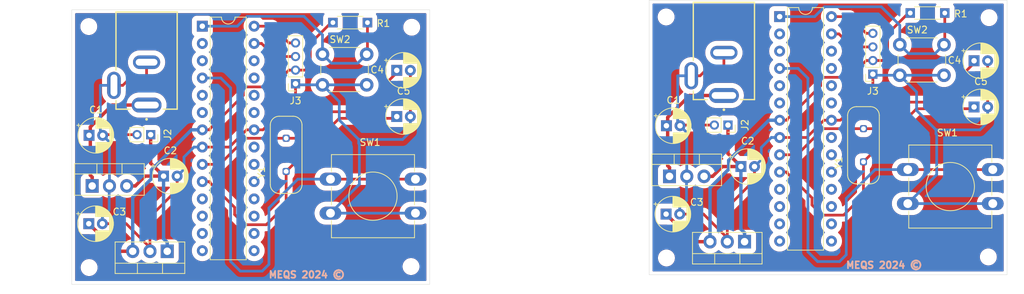
<source format=kicad_pcb>
(kicad_pcb (version 20240108) (generator "pcbnew") (generator_version "8.0")
  (layers (0 "F.Cu" signal) (31 "B.Cu" signal) (34 "B.Paste" user) (35 "F.Paste" user) (36 "B.SilkS" user "B.Silkscreen") (37 "F.SilkS" user "F.Silkscreen") (38 "B.Mask" user) (39 "F.Mask" user) (44 "Edge.Cuts" user))
  (net 0 "")
  (net 1 "Net-(U2-VI)")
  (net 2 "Net-(J2-Pin_1)")
  (net 3 "Net-(J3-Pin_3)")
  (net 4 "Net-(J3-Pin_2)")
  (net 5 "Net-(J3-Pin_4)")
  (net 6 "Net-(U1-PD2)")
  (net 19 "Net-(U1-XTAL1{slash}PB6)")
  (net 24 "Net-(U1-XTAL2{slash}PB7)")
  (net 28 "Earth")
  (net 29 "Net-(U1-~{RESET}{slash}PC6)")
  (footprint "Capacitor_THT:CP_Radial_D5.0mm_P2.00mm" (layer "F.Cu") (at 203.369776 91.89)
    (property "Reference" "C5" (at 1 -3.75 0) (layer "F.SilkS"))
    (property "Value" "C_Polarized_US")
    (pad "1" thru_hole rect (at 0 0) (size 1.6 1.6) (drill 0.8) (layers "*.Cu" "*.Mask") (net 24 "Net-(U1-XTAL2{slash}PB7)"))
    (pad "2" thru_hole circle (at 2 0) (size 1.6 1.6) (drill 0.8) (layers "*.Cu" "*.Mask") (net 28 "Earth"))
  )
  (footprint "MountingHole:MountingHole_2mm" (layer "F.Cu") (at 158.12 114.1)
    (property "Reference" "H3" (hide yes))
    (property "Value" "MountingHole")
    (pad "" np_thru_hole circle (at 0 0) (size 2 2) (drill 2) (layers "F&B.Cu" "*.Mask"))
  )
  (footprint "MountingHole:MountingHole_2mm" (layer "F.Cu") (at 73.15 80.06)
    (property "Reference" "H2" (hide yes))
    (property "Value" "MountingHole")
    (pad "" np_thru_hole circle (at 0 0) (size 2 2) (drill 2) (layers "*.Cu" "*.Mask"))
  )
  (footprint "Button_Switch_THT:SW_PUSH-12mm" (layer "F.Cu") (at 108.7 102.51)
    (property "Reference" "SW1" (at 5.83 -5.41 0) (layer "F.SilkS"))
    (property "Value" "SW_Push")
    (pad "1" thru_hole oval (at 0 0) (size 3.2 1.9) (drill 1.3) (layers "*.Cu" "*.Mask") (net 6 "Net-(U1-PD2)"))
    (pad "1" thru_hole oval (at 12.5 0) (size 3.2 1.9) (drill 1.3) (layers "*.Cu" "*.Mask") (net 6 "Net-(U1-PD2)"))
    (pad "2" thru_hole oval (at 0 5) (size 3.2 1.9) (drill 1.3) (layers "*.Cu" "*.Mask") (net 28 "Earth"))
    (pad "2" thru_hole oval (at 12.5 5) (size 3.2 1.9) (drill 1.3) (layers "*.Cu" "*.Mask") (net 28 "Earth"))
  )
  (footprint "Capacitor_THT:CP_Radial_D5.0mm_P2.00mm" (layer "F.Cu") (at 118.449776 86.5)
    (property "Reference" "C4" (at -2.8749 -0.07 0) (layer "F.SilkS"))
    (property "Value" "C_Polarized_US")
    (pad "1" thru_hole rect (at 0 0) (size 1.6 1.6) (drill 0.8) (layers "*.Cu" "*.Mask") (net 19 "Net-(U1-XTAL1{slash}PB6)"))
    (pad "2" thru_hole circle (at 2 0) (size 1.6 1.6) (drill 0.8) (layers "*.Cu" "*.Mask") (net 28 "Earth"))
  )
  (footprint "Connector_PinSocket_2.00mm:PinSocket_1x02_P2.00mm_Vertical" (layer "F.Cu") (at 167.17 94.55 -90)
    (property "Reference" "J2" (at 0 -2.5 90) (layer "F.SilkS"))
    (property "Value" "Conn_01x02")
    (pad "1" thru_hole rect (at 0 0 270) (size 1.35 1.35) (drill 0.8) (layers "*.Cu" "*.Mask") (net 2 "Net-(J2-Pin_1)"))
    (pad "2" thru_hole oval (at 0 2 270) (size 1.35 1.35) (drill 0.8) (layers "*.Cu" "*.Mask") (net 28 "Earth"))
  )
  (footprint "MountingHole:MountingHole_2mm" (layer "F.Cu") (at 73.2 115.51)
    (property "Reference" "H3" (hide yes))
    (property "Value" "MountingHole")
    (pad "" np_thru_hole circle (at 0 0) (size 2 2) (drill 2) (layers "*.Cu" "*.Mask"))
  )
  (footprint "Button_Switch_THT:SW_PUSH_6mm" (layer "F.Cu") (at 107.523 84.1334)
    (property "Reference" "SW2" (at 2.577 -2.1734 0) (layer "F.SilkS"))
    (property "Value" "SW_Push")
    (pad "1" thru_hole circle (at 0 0 90) (size 2 2) (drill 1.1) (layers "*.Cu" "*.Mask") (net 29 "Net-(U1-~{RESET}{slash}PC6)"))
    (pad "1" thru_hole circle (at 6.5 0 90) (size 2 2) (drill 1.1) (layers "*.Cu" "*.Mask") (net 29 "Net-(U1-~{RESET}{slash}PC6)"))
    (pad "2" thru_hole circle (at 0 4.5 90) (size 2 2) (drill 1.1) (layers "*.Cu" "*.Mask") (net 28 "Earth"))
    (pad "2" thru_hole circle (at 6.5 4.5 90) (size 2 2) (drill 1.1) (layers "*.Cu" "*.Mask") (net 28 "Earth"))
  )
  (footprint "MountingHole:MountingHole_2mm" (layer "F.Cu") (at 205.47 113.95)
    (property "Reference" "H4" (hide yes))
    (property "Value" "MountingHole")
    (pad "" np_thru_hole circle (at 0 0) (size 2 2) (drill 2) (layers "F&B.Cu" "*.Mask"))
  )
  (footprint "Capacitor_THT:CP_Radial_D5.0mm_P2.00mm" (layer "F.Cu") (at 84.15 102.06)
    (property "Reference" "C2" (at 1 -3.75 0) (layer "F.SilkS"))
    (property "Value" "C_Polarized_US")
    (pad "1" thru_hole rect (at 0 0) (size 1.6 1.6) (drill 0.8) (layers "*.Cu" "*.Mask") (net 2 "Net-(J2-Pin_1)"))
    (pad "2" thru_hole circle (at 2 0) (size 1.6 1.6) (drill 0.8) (layers "*.Cu" "*.Mask") (net 28 "Earth"))
  )
  (footprint "Resistor_THT:R_Axial_DIN0204_L3.6mm_D1.6mm_P5.08mm_Horizontal" (layer "F.Cu") (at 109.06 79.48)
    (property "Reference" "R1" (at 7.43 0.12 0) (layer "F.SilkS"))
    (property "Value" "R")
    (pad "1" thru_hole rect (at 0 0) (size 1.4 1.4) (drill 0.7) (layers "*.Cu" "*.Mask") (net 4 "Net-(J3-Pin_2)"))
    (pad "2" thru_hole rect (at 5.08 0) (size 1.4 1.4) (drill 0.7) (layers "*.Cu" "*.Mask") (net 29 "Net-(U1-~{RESET}{slash}PC6)"))
  )
  (footprint "Package_DIP:DIP-28_W7.62mm" (layer "F.Cu") (at 174.77 78.6)
    (property "Reference" "U1" (hide yes))
    (property "Value" "ATmega328-P")
    (pad "1" thru_hole rect (at 0 0) (size 1.6 1.6) (drill 0.8) (layers "*.Cu" "*.Mask") (net 29 "Net-(U1-~{RESET}{slash}PC6)"))
    (pad "2" thru_hole oval (at 0 2.54) (size 1.6 1.6) (drill 0.8) (layers "*.Cu" "*.Mask"))
    (pad "3" thru_hole oval (at 0 5.08) (size 1.6 1.6) (drill 0.8) (layers "*.Cu" "*.Mask"))
    (pad "4" thru_hole oval (at 0 7.62) (size 1.6 1.6) (drill 0.8) (layers "*.Cu" "*.Mask") (net 6 "Net-(U1-PD2)"))
    (pad "5" thru_hole oval (at 0 10.16) (size 1.6 1.6) (drill 0.8) (layers "*.Cu" "*.Mask"))
    (pad "6" thru_hole oval (at 0 12.7) (size 1.6 1.6) (drill 0.8) (layers "*.Cu" "*.Mask"))
    (pad "7" thru_hole oval (at 0 15.24) (size 1.6 1.6) (drill 0.8) (layers "*.Cu" "*.Mask") (net 4 "Net-(J3-Pin_2)"))
    (pad "8" thru_hole oval (at 0 17.78) (size 1.6 1.6) (drill 0.8) (layers "*.Cu" "*.Mask") (net 28 "Earth"))
    (pad "9" thru_hole oval (at 0 20.32) (size 1.6 1.6) (drill 0.8) (layers "*.Cu" "*.Mask") (net 19 "Net-(U1-XTAL1{slash}PB6)"))
    (pad "10" thru_hole oval (at 0 22.86) (size 1.6 1.6) (drill 0.8) (layers "*.Cu" "*.Mask") (net 24 "Net-(U1-XTAL2{slash}PB7)"))
    (pad "11" thru_hole oval (at 0 25.4) (size 1.6 1.6) (drill 0.8) (layers "*.Cu" "*.Mask"))
    (pad "12" thru_hole oval (at 0 27.94) (size 1.6 1.6) (drill 0.8) (layers "*.Cu" "*.Mask"))
    (pad "13" thru_hole oval (at 0 30.48) (size 1.6 1.6) (drill 0.8) (layers "*.Cu" "*.Mask"))
    (pad "14" thru_hole oval (at 0 33.02) (size 1.6 1.6) (drill 0.8) (layers "*.Cu" "*.Mask"))
    (pad "15" thru_hole oval (at 7.62 33.02) (size 1.6 1.6) (drill 0.8) (layers "*.Cu" "*.Mask"))
    (pad "16" thru_hole oval (at 7.62 30.48) (size 1.6 1.6) (drill 0.8) (layers "*.Cu" "*.Mask"))
    (pad "17" thru_hole oval (at 7.62 27.94) (size 1.6 1.6) (drill 0.8) (layers "*.Cu" "*.Mask"))
    (pad "18" thru_hole oval (at 7.62 25.4) (size 1.6 1.6) (drill 0.8) (layers "*.Cu" "*.Mask"))
    (pad "19" thru_hole oval (at 7.62 22.86) (size 1.6 1.6) (drill 0.8) (layers "*.Cu" "*.Mask"))
    (pad "20" thru_hole oval (at 7.62 20.32) (size 1.6 1.6) (drill 0.8) (layers "*.Cu" "*.Mask"))
    (pad "21" thru_hole oval (at 7.62 17.78) (size 1.6 1.6) (drill 0.8) (layers "*.Cu" "*.Mask"))
    (pad "22" thru_hole oval (at 7.62 15.24) (size 1.6 1.6) (drill 0.8) (layers "*.Cu" "*.Mask") (net 28 "Earth"))
    (pad "23" thru_hole oval (at 7.62 12.7) (size 1.6 1.6) (drill 0.8) (layers "*.Cu" "*.Mask"))
    (pad "24" thru_hole oval (at 7.62 10.16) (size 1.6 1.6) (drill 0.8) (layers "*.Cu" "*.Mask"))
    (pad "25" thru_hole oval (at 7.62 7.62) (size 1.6 1.6) (drill 0.8) (layers "*.Cu" "*.Mask"))
    (pad "26" thru_hole oval (at 7.62 5.08) (size 1.6 1.6) (drill 0.8) (layers "*.Cu" "*.Mask"))
    (pad "27" thru_hole oval (at 7.62 2.54) (size 1.6 1.6) (drill 0.8) (layers "*.Cu" "*.Mask") (net 3 "Net-(J3-Pin_3)"))
    (pad "28" thru_hole oval (at 7.62 0) (size 1.6 1.6) (drill 0.8) (layers "*.Cu" "*.Mask") (net 5 "Net-(J3-Pin_4)"))
  )
  (footprint "Package_TO_SOT_THT:TO-220-3_Vertical" (layer "F.Cu") (at 84.69 113.115 180)
    (property "Reference" "U3" (hide yes))
    (property "Value" "LM7805_TO220")
    (pad "1" thru_hole rect (at 0 0 180) (size 1.905 2) (drill 1.1) (layers "*.Cu" "*.Mask") (net 2 "Net-(J2-Pin_1)"))
    (pad "2" thru_hole oval (at 2.54 0 180) (size 1.905 2) (drill 1.1) (layers "*.Cu" "*.Mask") (net 28 "Earth"))
    (pad "3" thru_hole oval (at 5.08 0 180) (size 1.905 2) (drill 1.1) (layers "*.Cu" "*.Mask") (net 4 "Net-(J3-Pin_2)"))
  )
  (footprint "Capacitor_THT:CP_Radial_D5.0mm_P2.00mm" (layer "F.Cu") (at 73.15 109.06)
    (property "Reference" "C3" (at 4.5 -1.75 0) (layer "F.SilkS"))
    (property "Value" "C_Polarized_US")
    (pad "1" thru_hole rect (at 0 0) (size 1.6 1.6) (drill 0.8) (layers "*.Cu" "*.Mask") (net 4 "Net-(J3-Pin_2)"))
    (pad "2" thru_hole circle (at 2 0) (size 1.6 1.6) (drill 0.8) (layers "*.Cu" "*.Mask") (net 28 "Earth"))
  )
  (footprint "MountingHole:MountingHole_2mm" (layer "F.Cu") (at 120.65 80.16)
    (property "Reference" "H1" (hide yes))
    (property "Value" "MountingHole")
    (pad "" np_thru_hole circle (at 0 0) (size 2 2) (drill 2) (layers "*.Cu" "*.Mask"))
  )
  (footprint "Connector_BarrelJack:GCT_DCJ200-10-A-XX-K_REVA" (layer "F.Cu") (at 166.57 83.65 180)
    (property "Reference" "J1" (hide yes))
    (property "Value" "DCJ200-10-A-XX-K_REVA")
    (pad "1" thru_hole oval (at 0 -6.55 180) (size 4.4 2.2) (drill oval 3.6 1) (layers "*.Cu" "*.Mask") (net 1 "Net-(U2-VI)"))
    (pad "2" thru_hole oval (at 0 -0.25 180) (size 4 2) (drill oval 3.2 1) (layers "*.Cu" "*.Mask") (net 28 "Earth"))
    (pad "3" thru_hole oval (at 4.8 -3.65 180) (size 2 4) (drill oval 1 3.2) (layers "*.Cu" "*.Mask") (net 28 "Earth"))
  )
  (footprint "Button_Switch_THT:SW_PUSH-12mm" (layer "F.Cu") (at 193.62 101.1)
    (property "Reference" "SW1" (at 5.83 -5.41 0) (layer "F.SilkS"))
    (property "Value" "SW_Push")
    (pad "1" thru_hole oval (at 0 0) (size 3.2 1.9) (drill 1.3) (layers "*.Cu" "*.Mask") (net 6 "Net-(U1-PD2)"))
    (pad "1" thru_hole oval (at 12.5 0) (size 3.2 1.9) (drill 1.3) (layers "*.Cu" "*.Mask") (net 6 "Net-(U1-PD2)"))
    (pad "2" thru_hole oval (at 0 5) (size 3.2 1.9) (drill 1.3) (layers "*.Cu" "*.Mask") (net 28 "Earth"))
    (pad "2" thru_hole oval (at 12.5 5) (size 3.2 1.9) (drill 1.3) (layers "*.Cu" "*.Mask") (net 28 "Earth"))
  )
  (footprint "Capacitor_THT:CP_Radial_D5.0mm_P2.00mm" (layer "F.Cu") (at 118.449776 93.3)
    (property "Reference" "C5" (at 1 -3.75 0) (layer "F.SilkS"))
    (property "Value" "C_Polarized_US")
    (pad "1" thru_hole rect (at 0 0) (size 1.6 1.6) (drill 0.8) (layers "*.Cu" "*.Mask") (net 24 "Net-(U1-XTAL2{slash}PB7)"))
    (pad "2" thru_hole circle (at 2 0) (size 1.6 1.6) (drill 0.8) (layers "*.Cu" "*.Mask") (net 28 "Earth"))
  )
  (footprint "Connector_PinSocket_2.00mm:PinSocket_1x04_P2.00mm_Vertical" (layer "F.Cu") (at 103.56 88.47 180)
    (property "Reference" "J3" (at 0 -2.5 180) (layer "F.SilkS"))
    (property "Value" "I2C")
    (pad "1" thru_hole rect (at 0 0 180) (size 1.35 1.35) (drill 0.8) (layers "*.Cu" "*.Mask") (net 28 "Earth"))
    (pad "2" thru_hole oval (at 0 2 180) (size 1.35 1.35) (drill 0.8) (layers "*.Cu" "*.Mask") (net 4 "Net-(J3-Pin_2)"))
    (pad "3" thru_hole oval (at 0 4 180) (size 1.35 1.35) (drill 0.8) (layers "*.Cu" "*.Mask") (net 3 "Net-(J3-Pin_3)"))
    (pad "4" thru_hole oval (at 0 6 180) (size 1.35 1.35) (drill 0.8) (layers "*.Cu" "*.Mask") (net 5 "Net-(J3-Pin_4)"))
  )
  (footprint "MountingHole:MountingHole_2mm" (layer "F.Cu") (at 158.07 78.65)
    (property "Reference" "H2" (hide yes))
    (property "Value" "MountingHole")
    (pad "" np_thru_hole circle (at 0 0) (size 2 2) (drill 2) (layers "F&B.Cu" "*.Mask"))
  )
  (footprint "Resistor_THT:R_Axial_DIN0204_L3.6mm_D1.6mm_P5.08mm_Horizontal" (layer "F.Cu") (at 193.98 78.07)
    (property "Reference" "R1" (at 7.43 0.12 0) (layer "F.SilkS"))
    (property "Value" "R")
    (pad "1" thru_hole rect (at 0 0) (size 1.4 1.4) (drill 0.7) (layers "*.Cu" "*.Mask") (net 4 "Net-(J3-Pin_2)"))
    (pad "2" thru_hole rect (at 5.08 0) (size 1.4 1.4) (drill 0.7) (layers "*.Cu" "*.Mask") (net 29 "Net-(U1-~{RESET}{slash}PC6)"))
  )
  (footprint "Button_Switch_THT:SW_PUSH_6mm" (layer "F.Cu") (at 192.443 82.7234)
    (property "Reference" "SW2" (at 2.577 -2.1734 0) (layer "F.SilkS"))
    (property "Value" "SW_Push")
    (pad "1" thru_hole circle (at 0 0 90) (size 2 2) (drill 1.1) (layers "*.Cu" "*.Mask") (net 29 "Net-(U1-~{RESET}{slash}PC6)"))
    (pad "1" thru_hole circle (at 6.5 0 90) (size 2 2) (drill 1.1) (layers "*.Cu" "*.Mask") (net 29 "Net-(U1-~{RESET}{slash}PC6)"))
    (pad "2" thru_hole circle (at 0 4.5 90) (size 2 2) (drill 1.1) (layers "*.Cu" "*.Mask") (net 28 "Earth"))
    (pad "2" thru_hole circle (at 6.5 4.5 90) (size 2 2) (drill 1.1) (layers "*.Cu" "*.Mask") (net 28 "Earth"))
  )
  (footprint "Connector_PinSocket_2.00mm:PinSocket_1x02_P2.00mm_Vertical" (layer "F.Cu") (at 82.25 95.96 -90)
    (property "Reference" "J2" (at 0 -2.5 90) (layer "F.SilkS"))
    (property "Value" "Conn_01x02")
    (pad "1" thru_hole rect (at 0 0 270) (size 1.35 1.35) (drill 0.8) (layers "*.Cu" "*.Mask") (net 2 "Net-(J2-Pin_1)"))
    (pad "2" thru_hole oval (at 0 2 270) (size 1.35 1.35) (drill 0.8) (layers "*.Cu" "*.Mask") (net 28 "Earth"))
  )
  (footprint "Capacitor_THT:CP_Radial_D5.0mm_P2.00mm" (layer "F.Cu") (at 203.369776 85.09)
    (property "Reference" "C4" (at -2.8749 -0.07 0) (layer "F.SilkS"))
    (property "Value" "C_Polarized_US")
    (pad "1" thru_hole rect (at 0 0) (size 1.6 1.6) (drill 0.8) (layers "*.Cu" "*.Mask") (net 19 "Net-(U1-XTAL1{slash}PB6)"))
    (pad "2" thru_hole circle (at 2 0) (size 1.6 1.6) (drill 0.8) (layers "*.Cu" "*.Mask") (net 28 "Earth"))
  )
  (footprint "Capacitor_THT:CP_Radial_D5.0mm_P2.00mm" (layer "F.Cu") (at 73.1949 96.06)
    (property "Reference" "C1" (at 1 -3.75 0) (layer "F.SilkS"))
    (property "Value" "C_Polarized_US")
    (pad "1" thru_hole rect (at 0 0) (size 1.6 1.6) (drill 0.8) (layers "*.Cu" "*.Mask") (net 1 "Net-(U2-VI)"))
    (pad "2" thru_hole circle (at 2 0) (size 1.6 1.6) (drill 0.8) (layers "*.Cu" "*.Mask") (net 28 "Earth"))
  )
  (footprint "Oscillator:XTAL_ECS-160-20-4X" (layer "F.Cu") (at 187.1 97.52 90)
    (property "Reference" "Y1" (at -2.597085 -3.637935 -90) (layer "F.SilkS") (effects (font (size 1.000811 1.000811))))
    (property "Value" "Crystal")
    (pad "1" thru_hole roundrect (at -2.44 0 90) (size 1.03 1.03) (drill 0.7) (layers "*.Cu" "*.Mask") (roundrect_rratio 0.2427184466) (net 24 "Net-(U1-XTAL2{slash}PB7)"))
    (pad "2" thru_hole roundrect (at 2.44 0 90) (size 1.03 1.03) (drill 0.7) (layers "*.Cu" "*.Mask") (roundrect_rratio 0.2427184466) (net 19 "Net-(U1-XTAL1{slash}PB6)"))
  )
  (footprint "Package_TO_SOT_THT:TO-220-3_Vertical" (layer "F.Cu") (at 73.65 103.505)
    (property "Reference" "U2" (hide yes))
    (property "Value" "LM7808_TO220")
    (pad "1" thru_hole rect (at 0 0) (size 1.905 2) (drill 1.1) (layers "*.Cu" "*.Mask") (net 1 "Net-(U2-VI)"))
    (pad "2" thru_hole oval (at 2.54 0) (size 1.905 2) (drill 1.1) (layers "*.Cu" "*.Mask") (net 28 "Earth"))
    (pad "3" thru_hole oval (at 5.08 0) (size 1.905 2) (drill 1.1) (layers "*.Cu" "*.Mask") (net 2 "Net-(J2-Pin_1)"))
  )
  (footprint "Capacitor_THT:CP_Radial_D5.0mm_P2.00mm" (layer "F.Cu") (at 169.07 100.65)
    (property "Reference" "C2" (at 1 -3.75 0) (layer "F.SilkS"))
    (property "Value" "C_Polarized_US")
    (pad "1" thru_hole rect (at 0 0) (size 1.6 1.6) (drill 0.8) (layers "*.Cu" "*.Mask") (net 2 "Net-(J2-Pin_1)"))
    (pad "2" thru_hole circle (at 2 0) (size 1.6 1.6) (drill 0.8) (layers "*.Cu" "*.Mask") (net 28 "Earth"))
  )
  (footprint "Capacitor_THT:CP_Radial_D5.0mm_P2.00mm" (layer "F.Cu") (at 158.1149 94.65)
    (property "Reference" "C1" (at 1 -3.75 0) (layer "F.SilkS"))
    (property "Value" "C_Polarized_US")
    (pad "1" thru_hole rect (at 0 0) (size 1.6 1.6) (drill 0.8) (layers "*.Cu" "*.Mask") (net 1 "Net-(U2-VI)"))
    (pad "2" thru_hole circle (at 2 0) (size 1.6 1.6) (drill 0.8) (layers "*.Cu" "*.Mask") (net 28 "Earth"))
  )
  (footprint "MountingHole:MountingHole_2mm" (layer "F.Cu") (at 120.55 115.36)
    (property "Reference" "H4" (hide yes))
    (property "Value" "MountingHole")
    (pad "" np_thru_hole circle (at 0 0) (size 2 2) (drill 2) (layers "*.Cu" "*.Mask"))
  )
  (footprint "Connector_PinSocket_2.00mm:PinSocket_1x04_P2.00mm_Vertical" (layer "F.Cu") (at 188.48 87.06 180)
    (property "Reference" "J3" (at 0 -2.5 180) (layer "F.SilkS"))
    (property "Value" "I2C")
    (pad "1" thru_hole rect (at 0 0 180) (size 1.35 1.35) (drill 0.8) (layers "*.Cu" "*.Mask") (net 28 "Earth"))
    (pad "2" thru_hole oval (at 0 2 180) (size 1.35 1.35) (drill 0.8) (layers "*.Cu" "*.Mask") (net 4 "Net-(J3-Pin_2)"))
    (pad "3" thru_hole oval (at 0 4 180) (size 1.35 1.35) (drill 0.8) (layers "*.Cu" "*.Mask") (net 3 "Net-(J3-Pin_3)"))
    (pad "4" thru_hole oval (at 0 6 180) (size 1.35 1.35) (drill 0.8) (layers "*.Cu" "*.Mask") (net 5 "Net-(J3-Pin_4)"))
  )
  (footprint "Capacitor_THT:CP_Radial_D5.0mm_P2.00mm" (layer "F.Cu") (at 158.07 107.65)
    (property "Reference" "C3" (at 4.5 -1.75 0) (layer "F.SilkS"))
    (property "Value" "C_Polarized_US")
    (pad "1" thru_hole rect (at 0 0) (size 1.6 1.6) (drill 0.8) (layers "*.Cu" "*.Mask") (net 4 "Net-(J3-Pin_2)"))
    (pad "2" thru_hole circle (at 2 0) (size 1.6 1.6) (drill 0.8) (layers "*.Cu" "*.Mask") (net 28 "Earth"))
  )
  (footprint "Package_DIP:DIP-28_W7.62mm" (layer "F.Cu") (at 89.85 80.01)
    (property "Reference" "U1" (hide yes))
    (property "Value" "ATmega328-P")
    (pad "1" thru_hole rect (at 0 0) (size 1.6 1.6) (drill 0.8) (layers "*.Cu" "*.Mask") (net 29 "Net-(U1-~{RESET}{slash}PC6)"))
    (pad "2" thru_hole oval (at 0 2.54) (size 1.6 1.6) (drill 0.8) (layers "*.Cu" "*.Mask"))
    (pad "3" thru_hole oval (at 0 5.08) (size 1.6 1.6) (drill 0.8) (layers "*.Cu" "*.Mask"))
    (pad "4" thru_hole oval (at 0 7.62) (size 1.6 1.6) (drill 0.8) (layers "*.Cu" "*.Mask") (net 6 "Net-(U1-PD2)"))
    (pad "5" thru_hole oval (at 0 10.16) (size 1.6 1.6) (drill 0.8) (layers "*.Cu" "*.Mask"))
    (pad "6" thru_hole oval (at 0 12.7) (size 1.6 1.6) (drill 0.8) (layers "*.Cu" "*.Mask"))
    (pad "7" thru_hole oval (at 0 15.24) (size 1.6 1.6) (drill 0.8) (layers "*.Cu" "*.Mask") (net 4 "Net-(J3-Pin_2)"))
    (pad "8" thru_hole oval (at 0 17.78) (size 1.6 1.6) (drill 0.8) (layers "*.Cu" "*.Mask") (net 28 "Earth"))
    (pad "9" thru_hole oval (at 0 20.32) (size 1.6 1.6) (drill 0.8) (layers "*.Cu" "*.Mask") (net 19 "Net-(U1-XTAL1{slash}PB6)"))
    (pad "10" thru_hole oval (at 0 22.86) (size 1.6 1.6) (drill 0.8) (layers "*.Cu" "*.Mask") (net 24 "Net-(U1-XTAL2{slash}PB7)"))
    (pad "11" thru_hole oval (at 0 25.4) (size 1.6 1.6) (drill 0.8) (layers "*.Cu" "*.Mask"))
    (pad "12" thru_hole oval (at 0 27.94) (size 1.6 1.6) (drill 0.8) (layers "*.Cu" "*.Mask"))
    (pad "13" thru_hole oval (at 0 30.48) (size 1.6 1.6) (drill 0.8) (layers "*.Cu" "*.Mask"))
    (pad "14" thru_hole oval (at 0 33.02) (size 1.6 1.6) (drill 0.8) (layers "*.Cu" "*.Mask"))
    (pad "15" thru_hole oval (at 7.62 33.02) (size 1.6 1.6) (drill 0.8) (layers "*.Cu" "*.Mask"))
    (pad "16" thru_hole oval (at 7.62 30.48) (size 1.6 1.6) (drill 0.8) (layers "*.Cu" "*.Mask"))
    (pad "17" thru_hole oval (at 7.62 27.94) (size 1.6 1.6) (drill 0.8) (layers "*.Cu" "*.Mask"))
    (pad "18" thru_hole oval (at 7.62 25.4) (size 1.6 1.6) (drill 0.8) (layers "*.Cu" "*.Mask"))
    (pad "19" thru_hole oval (at 7.62 22.86) (size 1.6 1.6) (drill 0.8) (layers "*.Cu" "*.Mask"))
    (pad "20" thru_hole oval (at 7.62 20.32) (size 1.6 1.6) (drill 0.8) (layers "*.Cu" "*.Mask"))
    (pad "21" thru_hole oval (at 7.62 17.78) (size 1.6 1.6) (drill 0.8) (layers "*.Cu" "*.Mask"))
    (pad "22" thru_hole oval (at 7.62 15.24) (size 1.6 1.6) (drill 0.8) (layers "*.Cu" "*.Mask") (net 28 "Earth"))
    (pad "23" thru_hole oval (at 7.62 12.7) (size 1.6 1.6) (drill 0.8) (layers "*.Cu" "*.Mask"))
    (pad "24" thru_hole oval (at 7.62 10.16) (size 1.6 1.6) (drill 0.8) (layers "*.Cu" "*.Mask"))
    (pad "25" thru_hole oval (at 7.62 7.62) (size 1.6 1.6) (drill 0.8) (layers "*.Cu" "*.Mask"))
    (pad "26" thru_hole oval (at 7.62 5.08) (size 1.6 1.6) (drill 0.8) (layers "*.Cu" "*.Mask"))
    (pad "27" thru_hole oval (at 7.62 2.54) (size 1.6 1.6) (drill 0.8) (layers "*.Cu" "*.Mask") (net 3 "Net-(J3-Pin_3)"))
    (pad "28" thru_hole oval (at 7.62 0) (size 1.6 1.6) (drill 0.8) (layers "*.Cu" "*.Mask") (net 5 "Net-(J3-Pin_4)"))
  )
  (footprint "MountingHole:MountingHole_2mm" (layer "F.Cu") (at 205.57 78.75)
    (property "Reference" "H1" (hide yes))
    (property "Value" "MountingHole")
    (pad "" np_thru_hole circle (at 0 0) (size 2 2) (drill 2) (layers "F&B.Cu" "*.Mask"))
  )
  (footprint "Oscillator:XTAL_ECS-160-20-4X" (layer "F.Cu") (at 102.18 98.93 90)
    (property "Reference" "Y1" (at -2.597085 -3.637935 -90) (layer "F.SilkS") (effects (font (size 1.000811 1.000811))))
    (property "Value" "Crystal")
    (pad "1" thru_hole roundrect (at -2.44 0 90) (size 1.03 1.03) (drill 0.7) (layers "*.Cu" "*.Mask") (roundrect_rratio 0.2427184466) (net 24 "Net-(U1-XTAL2{slash}PB7)"))
    (pad "2" thru_hole roundrect (at 2.44 0 90) (size 1.03 1.03) (drill 0.7) (layers "*.Cu" "*.Mask") (roundrect_rratio 0.2427184466) (net 19 "Net-(U1-XTAL1{slash}PB6)"))
  )
  (footprint "Connector_BarrelJack:GCT_DCJ200-10-A-XX-K_REVA" (layer "F.Cu") (at 81.65 85.06 180)
    (property "Reference" "J1" (hide yes))
    (property "Value" "DCJ200-10-A-XX-K_REVA")
    (pad "1" thru_hole oval (at 0 -6.55 180) (size 4.4 2.2) (drill oval 3.6 1) (layers "*.Cu" "*.Mask") (net 1 "Net-(U2-VI)"))
    (pad "2" thru_hole oval (at 0 -0.25 180) (size 4 2) (drill oval 3.2 1) (layers "*.Cu" "*.Mask") (net 28 "Earth"))
    (pad "3" thru_hole oval (at 4.8 -3.65 180) (size 2 4) (drill oval 1 3.2) (layers "*.Cu" "*.Mask") (net 28 "Earth"))
  )
  (footprint "Package_TO_SOT_THT:TO-220-3_Vertical" (layer "F.Cu") (at 158.57 102.095)
    (property "Reference" "U2" (hide yes))
    (property "Value" "LM7808_TO220")
    (pad "1" thru_hole rect (at 0 0) (size 1.905 2) (drill 1.1) (layers "*.Cu" "*.Mask") (net 1 "Net-(U2-VI)"))
    (pad "2" thru_hole oval (at 2.54 0) (size 1.905 2) (drill 1.1) (layers "*.Cu" "*.Mask") (net 28 "Earth"))
    (pad "3" thru_hole oval (at 5.08 0) (size 1.905 2) (drill 1.1) (layers "*.Cu" "*.Mask") (net 2 "Net-(J2-Pin_1)"))
  )
  (footprint "Package_TO_SOT_THT:TO-220-3_Vertical" (layer "F.Cu") (at 169.61 111.705 180)
    (property "Reference" "U3" (hide yes))
    (property "Value" "LM7805_TO220")
    (pad "1" thru_hole rect (at 0 0 180) (size 1.905 2) (drill 1.1) (layers "*.Cu" "*.Mask") (net 2 "Net-(J2-Pin_1)"))
    (pad "2" thru_hole oval (at 2.54 0 180) (size 1.905 2) (drill 1.1) (layers "*.Cu" "*.Mask") (net 28 "Earth"))
    (pad "3" thru_hole oval (at 5.08 0 180) (size 1.905 2) (drill 1.1) (layers "*.Cu" "*.Mask") (net 4 "Net-(J3-Pin_2)"))
  )
  (gr_rect (start 70.65 77.59) (end 123.3 117.99) (stroke (width 0.05)) (fill none) (layer "Edge.Cuts"))
  (gr_rect (start 155.57 76.18) (end 208.22 116.58) (stroke (width 0.05)) (fill none) (layer "Edge.Cuts"))
  (gr_text "MEQS 2024 ©\n\n" (at 184.42 117.35 0) (layer "B.SilkS") (effects (font (size 1 1) (thickness 0.25) (bold yes)) (justify left bottom)))
  (gr_text "MEQS 2024 ©\n\n" (at 99.5 118.76 0) (layer "B.SilkS") (effects (font (size 1 1) (thickness 0.25) (bold yes)) (justify left bottom)))
  (segment (start 73.195 96.06) (end 73.1949 96.06) (width 0.2) (layer "F.Cu") (net 1))
  (segment (start 158.297 94.65) (end 158.115 94.65) (width 0.2) (layer "F.Cu") (net 1))
  (segment (start 166.57 90.2) (end 161.52 90.2) (width 0.5) (layer "F.Cu") (net 1))
  (segment (start 158.115 94.65) (end 158.1149 94.65) (width 0.2) (layer "F.Cu") (net 1))
  (segment (start 73.377 96.06) (end 73.195 96.06) (width 0.2) (layer "F.Cu") (net 1))
  (segment (start 158.297 94.65) (end 158.297 100.52) (width 0.5) (layer "F.Cu") (net 1))
  (segment (start 73.65 102.2033) (end 73.65 103.505) (width 0.5) (layer "F.Cu") (net 1))
  (segment (start 73.377 94.8333) (end 73.377 96.06) (width 0.5) (layer "F.Cu") (net 1))
  (segment (start 73.377 96.06) (end 73.377 101.93) (width 0.5) (layer "F.Cu") (net 1))
  (segment (start 158.297 93.4233) (end 158.297 94.65) (width 0.5) (layer "F.Cu") (net 1))
  (segment (start 81.65 91.61) (end 76.6 91.61) (width 0.5) (layer "F.Cu") (net 1))
  (segment (start 161.52 90.2) (end 158.297 93.4233) (width 0.5) (layer "F.Cu") (net 1))
  (segment (start 73.377 101.93) (end 73.65 102.2033) (width 0.5) (layer "F.Cu") (net 1))
  (segment (start 158.57 100.7933) (end 158.57 102.095) (width 0.5) (layer "F.Cu") (net 1))
  (segment (start 158.297 100.52) (end 158.57 100.7933) (width 0.5) (layer "F.Cu") (net 1))
  (segment (start 76.6 91.61) (end 73.377 94.8333) (width 0.5) (layer "F.Cu") (net 1))
  (segment (start 81.429 102.06) (end 84.15 102.06) (width 0.5) (layer "F.Cu") (net 2))
  (segment (start 82.25 95.96) (end 82.25 100.16) (width 0.5) (layer "F.Cu") (net 2))
  (segment (start 167.17 94.55) (end 167.17 98.75) (width 0.5) (layer "F.Cu") (net 2))
  (segment (start 163.65 102.095) (end 164.904 102.095) (width 0.5) (layer "F.Cu") (net 2))
  (segment (start 164.904 102.095) (end 166.349 100.65) (width 0.5) (layer "F.Cu") (net 2))
  (segment (start 167.17 98.75) (end 169.07 100.65) (width 0.5) (layer "F.Cu") (net 2))
  (segment (start 166.349 100.65) (end 169.07 100.65) (width 0.5) (layer "F.Cu") (net 2))
  (segment (start 82.25 100.16) (end 84.15 102.06) (width 0.5) (layer "F.Cu") (net 2))
  (segment (start 79.984 103.505) (end 81.429 102.06) (width 0.5) (layer "F.Cu") (net 2))
  (segment (start 78.73 103.505) (end 79.984 103.505) (width 0.5) (layer "F.Cu") (net 2))
  (segment (start 84.69 113.115) (end 84.69 111.8133) (width 0.5) (layer "B.Cu") (net 2))
  (segment (start 84.15 111.2733) (end 84.15 102.06) (width 0.5) (layer "B.Cu") (net 2))
  (segment (start 169.61 110.4033) (end 169.07 109.8633) (width 0.5) (layer "B.Cu") (net 2))
  (segment (start 169.07 109.8633) (end 169.07 100.65) (width 0.5) (layer "B.Cu") (net 2))
  (segment (start 169.61 111.705) (end 169.61 110.4033) (width 0.5) (layer "B.Cu") (net 2))
  (segment (start 84.69 111.8133) (end 84.15 111.2733) (width 0.5) (layer "B.Cu") (net 2))
  (segment (start 185.412 83.06) (end 188.48 83.06) (width 0.4) (layer "F.Cu") (net 3))
  (segment (start 97.47 82.55) (end 98.572 82.55) (width 0.4) (layer "F.Cu") (net 3))
  (segment (start 98.572 82.55) (end 100.492 84.47) (width 0.4) (layer "F.Cu") (net 3))
  (segment (start 183.492 81.14) (end 185.412 83.06) (width 0.4) (layer "F.Cu") (net 3))
  (segment (start 182.39 81.14) (end 183.492 81.14) (width 0.4) (layer "F.Cu") (net 3))
  (segment (start 100.492 84.47) (end 103.56 84.47) (width 0.4) (layer "F.Cu") (net 3))
  (segment (start 103.56 86.47) (end 104.98 86.47) (width 0.4) (layer "F.Cu") (net 4))
  (segment (start 75.15 112.16) (end 76.105 113.115) (width 0.5) (layer "F.Cu") (net 4))
  (segment (start 160.07 110.75) (end 161.025 111.705) (width 0.5) (layer "F.Cu") (net 4))
  (segment (start 76.105 113.115) (end 79.61 113.115) (width 0.5) (layer "F.Cu") (net 4))
  (segment (start 174.77 93.84) (end 175.872 93.84) (width 0.4) (layer "F.Cu") (net 4))
  (segment (start 160.07 109.65) (end 160.07 110.75) (width 0.5) (layer "F.Cu") (net 4))
  (segment (start 180.8 87.53) (end 185.033 87.53) (width 0.4) (layer "F.Cu") (net 4))
  (segment (start 185.033 87.53) (end 187.503 85.06) (width 0.4) (layer "F.Cu") (net 4))
  (segment (start 95.88 88.94) (end 100.113 88.94) (width 0.4) (layer "F.Cu") (net 4))
  (segment (start 175.872 93.7023) (end 180.8 88.774) (width 0.4) (layer "F.Cu") (net 4))
  (segment (start 90.952 95.1123) (end 95.88 90.184) (width 0.4) (layer "F.Cu") (net 4))
  (segment (start 193.72 78.07) (end 193.98 78.07) (width 0.4) (layer "F.Cu") (net 4))
  (segment (start 100.113 88.94) (end 102.583 86.47) (width 0.4) (layer "F.Cu") (net 4))
  (segment (start 187.503 85.06) (end 188.48 85.06) (width 0.4) (layer "F.Cu") (net 4))
  (segment (start 104.98 86.47) (end 105.73 85.72) (width 0.4) (layer "F.Cu") (net 4))
  (segment (start 105.73 82.55) (end 108.8 79.48) (width 0.4) (layer "F.Cu") (net 4))
  (segment (start 75.15 111.06) (end 75.15 112.16) (width 0.5) (layer "F.Cu") (net 4))
  (segment (start 189.9 85.06) (end 190.65 84.31) (width 0.4) (layer "F.Cu") (net 4))
  (segment (start 158.07 107.65) (end 160.07 109.65) (width 0.5) (layer "F.Cu") (net 4))
  (segment (start 102.583 86.47) (end 103.56 86.47) (width 0.4) (layer "F.Cu") (net 4))
  (segment (start 108.8 79.48) (end 109.06 79.48) (width 0.4) (layer "F.Cu") (net 4))
  (segment (start 90.952 95.25) (end 90.952 95.1123) (width 0.4) (layer "F.Cu") (net 4))
  (segment (start 190.65 84.31) (end 190.65 81.14) (width 0.4) (layer "F.Cu") (net 4))
  (segment (start 73.15 109.06) (end 75.15 111.06) (width 0.5) (layer "F.Cu") (net 4))
  (segment (start 161.025 111.705) (end 164.53 111.705) (width 0.5) (layer "F.Cu") (net 4))
  (segment (start 190.65 81.14) (end 193.72 78.07) (width 0.4) (layer "F.Cu") (net 4))
  (segment (start 175.872 93.84) (end 175.872 93.7023) (width 0.4) (layer "F.Cu") (net 4))
  (segment (start 180.8 88.774) (end 180.8 87.53) (width 0.4) (layer "F.Cu") (net 4))
  (segment (start 95.88 90.184) (end 95.88 88.94) (width 0.4) (layer "F.Cu") (net 4))
  (segment (start 105.73 85.72) (end 105.73 82.55) (width 0.4) (layer "F.Cu") (net 4))
  (segment (start 188.48 85.06) (end 189.9 85.06) (width 0.4) (layer "F.Cu") (net 4))
  (segment (start 89.85 95.25) (end 90.952 95.25) (width 0.4) (layer "F.Cu") (net 4))
  (segment (start 79.61 113.115) (end 79.61 105.2) (width 0.5) (layer "B.Cu") (net 4))
  (segment (start 88.26 95.25) (end 89.85 95.25) (width 0.5) (layer "B.Cu") (net 4))
  (segment (start 173.18 93.84) (end 174.77 93.84) (width 0.5) (layer "B.Cu") (net 4))
  (segment (start 79.61 105.2) (end 82.35 102.46) (width 0.5) (layer "B.Cu") (net 4))
  (segment (start 82.35 102.46) (end 82.35 101.16) (width 0.5) (layer "B.Cu") (net 4))
  (segment (start 167.27 101.05) (end 167.27 99.75) (width 0.5) (layer "B.Cu") (net 4))
  (segment (start 167.27 99.75) (end 173.18 93.84) (width 0.5) (layer "B.Cu") (net 4))
  (segment (start 164.53 111.705) (end 164.53 103.79) (width 0.5) (layer "B.Cu") (net 4))
  (segment (start 82.35 101.16) (end 88.26 95.25) (width 0.5) (layer "B.Cu") (net 4))
  (segment (start 164.53 103.79) (end 167.27 101.05) (width 0.5) (layer "B.Cu") (net 4))
  (segment (start 102.583 82.47) (end 100.123 80.01) (width 0.4) (layer "F.Cu") (net 5))
  (segment (start 185.043 78.6) (end 182.39 78.6) (width 0.4) (layer "F.Cu") (net 5))
  (segment (start 100.123 80.01) (end 97.47 80.01) (width 0.4) (layer "F.Cu") (net 5))
  (segment (start 187.503 81.06) (end 185.043 78.6) (width 0.4) (layer "F.Cu") (net 5))
  (segment (start 103.56 82.47) (end 102.583 82.47) (width 0.4) (layer "F.Cu") (net 5))
  (segment (start 188.48 81.06) (end 187.503 81.06) (width 0.4) (layer "F.Cu") (net 5))
  (segment (start 193.62 101.1) (end 206.12 101.1) (width 0.4) (layer "F.Cu") (net 6))
  (segment (start 108.7 102.51) (end 121.2 102.51) (width 0.4) (layer "F.Cu") (net 6))
  (segment (start 177.48 86.22) (end 178.93 87.67) (width 0.4) (layer "B.Cu") (net 6))
  (segment (start 89.85 87.63) (end 92.56 87.63) (width 0.4) (layer "B.Cu") (net 6))
  (segment (start 180.36 114.63) (end 183.57 114.63) (width 0.4) (layer "B.Cu") (net 6))
  (segment (start 95.44 116.04) (end 98.65 116.04) (width 0.4) (layer "B.Cu") (net 6))
  (segment (start 178.93 87.67) (end 178.93 113.2) (width 0.4) (layer "B.Cu") (net 6))
  (segment (start 184.57 113.63) (end 184.57 105.34) (width 0.4) (layer "B.Cu") (net 6))
  (segment (start 99.65 106.75) (end 103.89 102.51) (width 0.4) (layer "B.Cu") (net 6))
  (segment (start 103.89 102.51) (end 108.7 102.51) (width 0.4) (layer "B.Cu") (net 6))
  (segment (start 178.93 113.2) (end 180.36 114.63) (width 0.4) (layer "B.Cu") (net 6))
  (segment (start 98.65 116.04) (end 99.65 115.04) (width 0.4) (layer "B.Cu") (net 6))
  (segment (start 92.56 87.63) (end 94.01 89.08) (width 0.4) (layer "B.Cu") (net 6))
  (segment (start 183.57 114.63) (end 184.57 113.63) (width 0.4) (layer "B.Cu") (net 6))
  (segment (start 94.01 89.08) (end 94.01 114.61) (width 0.4) (layer "B.Cu") (net 6))
  (segment (start 94.01 114.61) (end 95.44 116.04) (width 0.4) (layer "B.Cu") (net 6))
  (segment (start 174.77 86.22) (end 177.48 86.22) (width 0.4) (layer "B.Cu") (net 6))
  (segment (start 188.81 101.1) (end 193.62 101.1) (width 0.4) (layer "B.Cu") (net 6))
  (segment (start 99.65 115.04) (end 99.65 106.75) (width 0.4) (layer "B.Cu") (net 6))
  (segment (start 184.57 105.34) (end 188.81 101.1) (width 0.4) (layer "B.Cu") (net 6))
  (segment (start 116.72 88.57) (end 118.53 86.76) (width 0.4) (layer "F.Cu") (net 19))
  (segment (start 102.18 96.49) (end 104.87 96.49) (width 0.4) (layer "F.Cu") (net 19))
  (segment (start 189.81 95.1) (end 193.73 91.18) (width 0.4) (layer "F.Cu") (net 19))
  (segment (start 187.1 95.08) (end 181.174 95.08) (width 0.4) (layer "F.Cu") (net 19))
  (segment (start 108.81 92.59) (end 115.43 92.59) (width 0.4) (layer "F.Cu") (net 19))
  (segment (start 104.87 96.49) (end 104.89 96.51) (width 0.4) (layer "F.Cu") (net 19))
  (segment (start 187.1 95.08) (end 189.79 95.08) (width 0.4) (layer "F.Cu") (net 19))
  (segment (start 177.334 98.92) (end 174.77 98.92) (width 0.4) (layer "F.Cu") (net 19))
  (segment (start 201.64 89.89) (end 201.64 87.16) (width 0.4) (layer "F.Cu") (net 19))
  (segment (start 115.43 92.59) (end 116.72 91.3) (width 0.4) (layer "F.Cu") (net 19))
  (segment (start 102.18 96.49) (end 96.254 96.49) (width 0.4) (layer "F.Cu") (net 19))
  (segment (start 104.89 96.51) (end 108.81 92.59) (width 0.4) (layer "F.Cu") (net 19))
  (segment (start 189.79 95.08) (end 189.81 95.1) (width 0.4) (layer "F.Cu") (net 19))
  (segment (start 181.174 95.08) (end 177.334 98.92) (width 0.4) (layer "F.Cu") (net 19))
  (segment (start 200.35 91.18) (end 201.64 89.89) (width 0.4) (layer "F.Cu") (net 19))
  (segment (start 201.64 87.16) (end 203.45 85.35) (width 0.4) (layer "F.Cu") (net 19))
  (segment (start 92.414 100.33) (end 89.85 100.33) (width 0.4) (layer "F.Cu") (net 19))
  (segment (start 193.73 91.18) (end 200.35 91.18) (width 0.4) (layer "F.Cu") (net 19))
  (segment (start 116.72 91.3) (end 116.72 88.57) (width 0.4) (layer "F.Cu") (net 19))
  (segment (start 96.254 96.49) (end 92.414 100.33) (width 0.4) (layer "F.Cu") (net 19))
  (segment (start 94.6 106.656) (end 94.6 107.71) (width 0.4) (layer "F.Cu") (net 24))
  (segment (start 175.872 101.5977) (end 179.52 105.246) (width 0.4) (layer "F.Cu") (net 24))
  (segment (start 179.52 106.3) (end 181.02 107.8) (width 0.4) (layer "F.Cu") (net 24))
  (segment (start 181.02 107.8) (end 184.169 107.8) (width 0.4) (layer "F.Cu") (net 24))
  (segment (start 94.6 107.71) (end 96.1 109.21) (width 0.4) (layer "F.Cu") (net 24))
  (segment (start 96.1 109.21) (end 99.249 109.21) (width 0.4) (layer "F.Cu") (net 24))
  (segment (start 179.52 105.246) (end 179.52 106.3) (width 0.4) (layer "F.Cu") (net 24))
  (segment (start 99.249 109.21) (end 99.2495 109.2105) (width 0.4) (layer "F.Cu") (net 24))
  (segment (start 102.18 101.37) (end 102.18 106.28) (width 0.4) (layer "F.Cu") (net 24))
  (segment (start 89.85 102.87) (end 90.952 102.87) (width 0.4) (layer "F.Cu") (net 24))
  (segment (start 90.952 103.0077) (end 94.6 106.656) (width 0.4) (layer "F.Cu") (net 24))
  (segment (start 194.91 92.15) (end 203.034888 92.15) (width 0.4) (layer "F.Cu") (net 24))
  (segment (start 187.1 99.96) (end 187.1 104.87) (width 0.4) (layer "F.Cu") (net 24))
  (segment (start 109.99 93.56) (end 118.114888 93.56) (width 0.4) (layer "F.Cu") (net 24))
  (segment (start 90.952 102.87) (end 90.952 103.0077) (width 0.4) (layer "F.Cu") (net 24))
  (segment (start 102.18 106.28) (end 99.2495 109.2105) (width 0.4) (layer "F.Cu") (net 24))
  (segment (start 174.77 101.46) (end 175.872 101.46) (width 0.4) (layer "F.Cu") (net 24))
  (segment (start 184.169 107.8) (end 184.1695 107.8005) (width 0.4) (layer "F.Cu") (net 24))
  (segment (start 175.872 101.46) (end 175.872 101.5977) (width 0.4) (layer "F.Cu") (net 24))
  (segment (start 102.18 101.37) (end 109.99 93.56) (width 0.4) (layer "F.Cu") (net 24))
  (segment (start 187.1 104.87) (end 184.1695 107.8005) (width 0.4) (layer "F.Cu") (net 24))
  (segment (start 187.1 99.96) (end 194.91 92.15) (width 0.4) (layer "F.Cu") (net 24))
  (segment (start 188.48 87.06) (end 188.48 89.05) (width 0.4) (layer "F.Cu") (net 28))
  (segment (start 160.215 94.55) (end 160.115 94.65) (width 0.4) (layer "F.Cu") (net 28))
  (segment (start 79.202 87.66) (end 81.65 87.66) (width 0.4) (layer "F.Cu") (net 28))
  (segment (start 93.828 97.79) (end 96.368 95.25) (width 0.4) (layer "F.Cu") (net 28))
  (segment (start 89.85 97.79) (end 93.828 97.79) (width 0.4) (layer "F.Cu") (net 28))
  (segment (start 86.15 104.06) (end 82.15 108.06) (width 0.4) (layer "F.Cu") (net 28))
  (segment (start 160.07 107.65) (end 163.57 107.65) (width 0.4) (layer "F.Cu") (net 28))
  (segment (start 163.57 107.65) (end 167.07 111.15) (width 0.4) (layer "F.Cu") (net 28))
  (segment (start 82.15 112.56) (end 82.15 113.115) (width 0.4) (layer "F.Cu") (net 28))
  (segment (start 171.07 102.65) (end 167.07 106.65) (width 0.4) (layer "F.Cu") (net 28))
  (segment (start 181.288 93.84) (end 182.39 93.84) (width 0.4) (layer "F.Cu") (net 28))
  (segment (start 160.1149 94.65) (end 160.115 94.65) (width 0.4) (layer "F.Cu") (net 28))
  (segment (start 171.07 100.65) (end 171.07 102.65) (width 0.4) (layer "F.Cu") (net 28))
  (segment (start 78.152 88.71) (end 79.202 87.66) (width 0.4) (layer "F.Cu") (net 28))
  (segment (start 75.295 95.96) (end 75.195 96.06) (width 0.4) (layer "F.Cu") (net 28))
  (segment (start 120.449776 86.5) (end 120.449776 93.3) (width 0.4) (layer "F.Cu") (net 28))
  (segment (start 178.748 96.38) (end 181.288 93.84) (width 0.4) (layer "F.Cu") (net 28))
  (segment (start 103.56 90.46) (end 98.77 95.25) (width 0.4) (layer "F.Cu") (net 28))
  (segment (start 82.15 108.06) (end 82.15 113.115) (width 0.4) (layer "F.Cu") (net 28))
  (segment (start 98.77 95.25) (end 97.47 95.25) (width 0.4) (layer "F.Cu") (net 28))
  (segment (start 81.65 87.66) (end 81.65 85.31) (width 0.4) (layer "F.Cu") (net 28))
  (segment (start 163.072 87.3) (end 164.122 86.25) (width 0.4) (layer "F.Cu") (net 28))
  (segment (start 164.122 86.25) (end 166.57 86.25) (width 0.4) (layer "F.Cu") (net 28))
  (segment (start 167.07 106.65) (end 167.07 111.705) (width 0.4) (layer "F.Cu") (net 28))
  (segment (start 78.65 109.06) (end 82.15 112.56) (width 0.4) (layer "F.Cu") (net 28))
  (segment (start 80.25 95.96) (end 75.295 95.96) (width 0.4) (layer "F.Cu") (net 28))
  (segment (start 86.15 102.06) (end 86.15 104.06) (width 0.4) (layer "F.Cu") (net 28))
  (segment (start 75.15 109.06) (end 78.65 109.06) (width 0.4) (layer "F.Cu") (net 28))
  (segment (start 183.69 93.84) (end 182.39 93.84) (width 0.4) (layer "F.Cu") (net 28))
  (segment (start 188.48 89.05) (end 183.69 93.84) (width 0.4) (layer "F.Cu") (net 28))
  (segment (start 174.77 96.38) (end 178.748 96.38) (width 0.4) (layer "F.Cu") (net 28))
  (segment (start 75.1949 96.06) (end 75.195 96.06) (width 0.4) (layer "F.Cu") (net 28))
  (segment (start 161.77 87.3) (end 163.072 87.3) (width 0.4) (layer "F.Cu") (net 28))
  (segment (start 96.368 95.25) (end 97.47 95.25) (width 0.4) (layer "F.Cu") (net 28))
  (segment (start 167.07 111.15) (end 167.07 111.705) (width 0.4) (layer "F.Cu") (net 28))
  (segment (start 76.85 88.71) (end 78.152 88.71) (width 0.4) (layer "F.Cu") (net 28))
  (segment (start 205.369776 85.09) (end 205.369776 91.89) (width 0.4) (layer "F.Cu") (net 28))
  (segment (start 103.56 88.47) (end 103.56 90.46) (width 0.4) (layer "F.Cu") (net 28))
  (segment (start 165.17 94.55) (end 160.215 94.55) (width 0.4) (layer "F.Cu") (net 28))
  (segment (start 166.57 86.25) (end 166.57 83.9) (width 0.4) (layer "F.Cu") (net 28))
  (segment (start 109.995 91.1053) (end 107.523 88.6334) (width 0.4) (layer "B.Cu") (net 28))
  (segment (start 112.95 103.26) (end 112.95 97.36) (width 0.4) (layer "B.Cu") (net 28))
  (segment (start 75.372 95.8833) (end 75.195 96.0599) (width 0.4) (layer "B.Cu") (net 28))
  (segment (start 197.77 95.2551) (end 194.915 92.4) (width 0.4) (layer "B.Cu") (net 28))
  (segment (start 75.195 96.0599) (end 75.195 96.06) (width 0.4) (layer "B.Cu") (net 28))
  (segment (start 161.77 87.3) (end 159.77 87.3) (width 0.4) (layer "B.Cu") (net 28))
  (segment (start 74.85 88.71) (end 74.85 95.3613) (width 0.4) (layer "B.Cu") (net 28))
  (segment (start 160.115 94.6499) (end 160.115 94.65) (width 0.4) (layer "B.Cu") (net 28))
  (segment (start 173.54 96.38) (end 174.77 96.38) (width 0.4) (layer "B.Cu") (net 28))
  (segment (start 107.523 88.6334) (end 103.723 88.6334) (width 0.4) (layer "B.Cu") (net 28))
  (segment (start 160.1149 94.65) (end 160.115 94.65) (width 0.4) (layer "B.Cu") (net 28))
  (segment (start 161.11 95.6451) (end 161.11 102.095) (width 0.4) (layer "B.Cu") (net 28))
  (segment (start 114.023 88.6334) (end 107.523 88.6334) (width 0.4) (layer "B.Cu") (net 28))
  (segment (start 75.195 96.06) (end 76.19 97.0551) (width 0.4) (layer "B.Cu") (net 28))
  (segment (start 188.643 87.2234) (end 188.48 87.06) (width 0.4) (layer "B.Cu") (net 28))
  (segment (start 161.07 102.135) (end 161.11 102.095) (width 0.4) (layer "B.Cu") (net 28))
  (segment (start 109.9949 93.81) (end 109.995 93.81) (width 0.4) (layer "B.Cu") (net 28))
  (segment (start 159.77 87.3) (end 159.77 93.9513) (width 0.4) (layer "B.Cu") (net 28))
  (segment (start 76.19 97.0551) (end 76.19 103.505) (width 0.4) (layer "B.Cu") (net 28))
  (segment (start 160.292 94.4733) (end 160.115 94.65) (width 0.4) (layer "B.Cu") (net 28))
  (segment (start 197.87 101.85) (end 197.87 95.95) (width 0.4) (layer "B.Cu") (net 28))
  (segment (start 194.9149 92.4) (end 194.915 92.4) (width 0.4) (layer "B.Cu") (net 28))
  (segment (start 109.995 93.81) (end 109.995 91.1053) (width 0.4) (layer "B.Cu") (net 28))
  (segment (start 74.85 95.3613) (end 75.372 95.8833) (width 0.4) (layer "B.Cu") (net 28))
  (segment (start 88.62 97.79) (end 89.85 97.79) (width 0.4) (layer "B.Cu") (net 28))
  (segment (start 160.115 94.6499) (end 160.115 94.65) (width 0.4) (layer "B.Cu") (net 28))
  (segment (start 75.195 96.0599) (end 75.195 96.06) (width 0.4) (layer "B.Cu") (net 28))
  (segment (start 195.57 106.1) (end 195.522 106.1) (width 0.2) (layer "B.Cu") (net 28))
  (segment (start 75.372 95.8833) (end 75.195 96.06) (width 0.4) (layer "B.Cu") (net 28))
  (segment (start 86.15 102.06) (end 87.15 101.06) (width 0.4) (layer "B.Cu") (net 28))
  (segment (start 172.07 97.85) (end 173.54 96.38) (width 0.4) (layer "B.Cu") (net 28))
  (segment (start 159.77 93.9513) (end 160.292 94.4733) (width 0.4) (layer "B.Cu") (net 28))
  (segment (start 75.15 109.06) (end 75.15 108.06) (width 0.4) (layer "B.Cu") (net 28))
  (segment (start 112.85 96.6651) (end 109.995 93.81) (width 0.4) (layer "B.Cu") (net 28))
  (segment (start 87.15 101.06) (end 87.15 99.26) (width 0.4) (layer "B.Cu") (net 28))
  (segment (start 161.07 105.65) (end 161.07 102.135) (width 0.4) (layer "B.Cu") (net 28))
  (segment (start 119.3049 96.6651) (end 120.449776 95.520224) (width 0.4) (layer "B.Cu") (net 28))
  (segment (start 160.292 94.4733) (end 160.115 94.6499) (width 0.4) (layer "B.Cu") (net 28))
  (segment (start 160.115 94.6499) (end 160.115 94.65) (width 0.4) (layer "B.Cu") (net 28))
  (segment (start 75.195 96.0599) (end 75.195 96.06) (width 0.4) (layer "B.Cu") (net 28))
  (segment (start 197.77 95.85) (end 197.77 95.2551) (width 0.4) (layer "B.Cu") (net 28))
  (segment (start 160.07 106.65) (end 161.07 105.65) (width 0.4) (layer "B.Cu") (net 28))
  (segment (start 75.1949 96.06) (end 75.195 96.06) (width 0.4) (layer "B.Cu") (net 28))
  (segment (start 172.07 99.65) (end 172.07 97.85) (width 0.4) (layer "B.Cu") (net 28))
  (segment (start 194.915 92.4) (end 194.915 89.6953) (width 0.4) (layer "B.Cu") (net 28))
  (segment (start 76.15 107.06) (end 76.15 103.545) (width 0.4) (layer "B.Cu") (net 28))
  (segment (start 76.85 88.71) (end 74.85 88.71) (width 0.4) (layer "B.Cu") (net 28))
  (segment (start 87.15 99.26) (end 88.62 97.79) (width 0.4) (layer "B.Cu") (net 28))
  (segment (start 120.449776 95.520224) (end 120.449776 93.3) (width 0.4) (layer "B.Cu") (net 28))
  (segment (start 198.943 87.2234) (end 192.443 87.2234) (width 0.4) (layer "B.Cu") (net 28))
  (segment (start 112.95 97.36) (end 112.85 97.26) (width 0.4) (layer "B.Cu") (net 28))
  (segment (start 197.77 95.2551) (end 204.2249 95.2551) (width 0.4) (layer "B.Cu") (net 28))
  (segment (start 194.915 89.6953) (end 192.443 87.2234) (width 0.4) (layer "B.Cu") (net 28))
  (segment (start 171.07 100.65) (end 172.07 99.65) (width 0.4) (layer "B.Cu") (net 28))
  (segment (start 192.443 87.2234) (end 188.643 87.2234) (width 0.4) (layer "B.Cu") (net 28))
  (segment (start 193.62 106.1) (end 206.12 106.1) (width 0.4) (layer "B.Cu") (net 28))
  (segment (start 108.7 107.51) (end 121.2 107.51) (width 0.4) (layer "B.Cu") (net 28))
  (segment (start 204.2249 95.2551) (end 205.369776 94.110224) (width 0.4) (layer "B.Cu") (net 28))
  (segment (start 160.07 107.65) (end 160.07 106.65) (width 0.4) (layer "B.Cu") (net 28))
  (segment (start 76.15 103.545) (end 76.19 103.505) (width 0.4) (layer "B.Cu") (net 28))
  (segment (start 197.87 95.95) (end 197.77 95.85) (width 0.4) (layer "B.Cu") (net 28))
  (segment (start 75.15 108.06) (end 76.15 107.06) (width 0.4) (layer "B.Cu") (net 28))
  (segment (start 103.723 88.6334) (end 103.56 88.47) (width 0.4) (layer "B.Cu") (net 28))
  (segment (start 112.85 96.6651) (end 119.3049 96.6651) (width 0.4) (layer "B.Cu") (net 28))
  (segment (start 112.85 97.26) (end 112.85 96.6651) (width 0.4) (layer "B.Cu") (net 28))
  (segment (start 193.62 106.1) (end 197.87 101.85) (width 0.4) (layer "B.Cu") (net 28))
  (segment (start 110.65 107.51) (end 110.602 107.51) (width 0.2) (layer "B.Cu") (net 28))
  (segment (start 160.115 94.65) (end 161.11 95.6451) (width 0.4) (layer "B.Cu") (net 28))
  (segment (start 108.7 107.51) (end 112.95 103.26) (width 0.4) (layer "B.Cu") (net 28))
  (segment (start 205.369776 94.110224) (end 205.369776 91.89) (width 0.4) (layer "B.Cu") (net 28))
  (segment (start 199.06 78.07) (end 199.06 82.6064) (width 0.4) (layer "F.Cu") (net 29))
  (segment (start 198.943 82.7234) (end 198.935 82.7154) (width 0.2) (layer "F.Cu") (net 29))
  (segment (start 199.06 82.6064) (end 198.943 82.7234) (width 0.4) (layer "F.Cu") (net 29))
  (segment (start 114.023 84.1334) (end 114.015 84.1254) (width 0.2) (layer "F.Cu") (net 29))
  (segment (start 114.14 84.0164) (end 114.023 84.1334) (width 0.4) (layer "F.Cu") (net 29))
  (segment (start 114.14 79.48) (end 114.14 84.0164) (width 0.4) (layer "F.Cu") (net 29))
  (segment (start 197.616 84.05) (end 198.943 82.7234) (width 0.4) (layer "B.Cu") (net 29))
  (segment (start 104.8 78.56) (end 107.523 81.283) (width 0.4) (layer "B.Cu") (net 29))
  (segment (start 181.37 77.15) (end 189.72 77.15) (width 0.4) (layer "B.Cu") (net 29))
  (segment (start 174.77 78.6) (end 179.92 78.6) (width 0.4) (layer "B.Cu") (net 29))
  (segment (start 96.45 78.56) (end 104.8 78.56) (width 0.4) (layer "B.Cu") (net 29))
  (segment (start 108.85 85.46) (end 112.696 85.46) (width 0.4) (layer "B.Cu") (net 29))
  (segment (start 89.85 80.01) (end 95 80.01) (width 0.4) (layer "B.Cu") (net 29))
  (segment (start 179.92 78.6) (end 181.37 77.15) (width 0.4) (layer "B.Cu") (net 29))
  (segment (start 95 80.01) (end 96.45 78.56) (width 0.4) (layer "B.Cu") (net 29))
  (segment (start 112.696 85.46) (end 114.023 84.1334) (width 0.4) (layer "B.Cu") (net 29))
  (segment (start 192.443 79.873) (end 192.443 82.7234) (width 0.4) (layer "B.Cu") (net 29))
  (segment (start 193.77 84.05) (end 197.616 84.05) (width 0.4) (layer "B.Cu") (net 29))
  (segment (start 107.523 84.1334) (end 108.85 85.46) (width 0.4) (layer "B.Cu") (net 29))
  (segment (start 189.72 77.15) (end 192.443 79.873) (width 0.4) (layer "B.Cu") (net 29))
  (segment (start 107.523 81.283) (end 107.523 84.1334) (width 0.4) (layer "B.Cu") (net 29))
  (segment (start 192.443 82.7234) (end 193.77 84.05) (width 0.4) (layer "B.Cu") (net 29))
  (zone (net 0) (net_name "") (layer "F.Cu") (name "zone1") (connect_pads (clearance 0.75)) (min_thickness 0.25) (fill yes (thermal_gap 0.5) (thermal_bridge_width 0.5) (island_removal_mode 1) (island_area_min 10))
    (polygon (pts (xy 155.57 76.18) (xy 208.18 76.18) (xy 208.22 76.18) (xy 208.21 116.58) (xy 155.57 116.58) (xy 155.57 76.18) (xy 208.22 76.18)))
  )
  (zone (net 0) (net_name "") (layer "F.Cu") (name "zone1") (connect_pads (clearance 0.75)) (min_thickness 0.25) (fill yes (thermal_gap 0.5) (thermal_bridge_width 0.5) (island_removal_mode 1) (island_area_min 10))
    (polygon (pts (xy 70.65 77.59) (xy 123.26 77.59) (xy 123.3 77.59) (xy 123.29 117.99) (xy 70.65 117.99) (xy 70.65 77.59) (xy 123.3 77.59)))
  )
  (zone (net 0) (net_name "") (layer "B.Cu") (name "zone two") (priority 1) (connect_pads (clearance 0.75)) (min_thickness 0.25) (fill yes (thermal_gap 0.5) (thermal_bridge_width 0.5) (island_removal_mode 1) (island_area_min 10))
    (polygon (pts (xy 70.65 77.59) (xy 123.3 77.59) (xy 123.29 117.99) (xy 70.65 117.99)))
  )
  (zone (net 0) (net_name "") (layer "B.Cu") (name "zone two") (priority 1) (connect_pads (clearance 0.75)) (min_thickness 0.25) (fill yes (thermal_gap 0.5) (thermal_bridge_width 0.5) (island_removal_mode 1) (island_area_min 10))
    (polygon (pts (xy 155.57 76.18) (xy 208.22 76.18) (xy 208.21 116.58) (xy 155.57 116.58)))
  )
)
</source>
